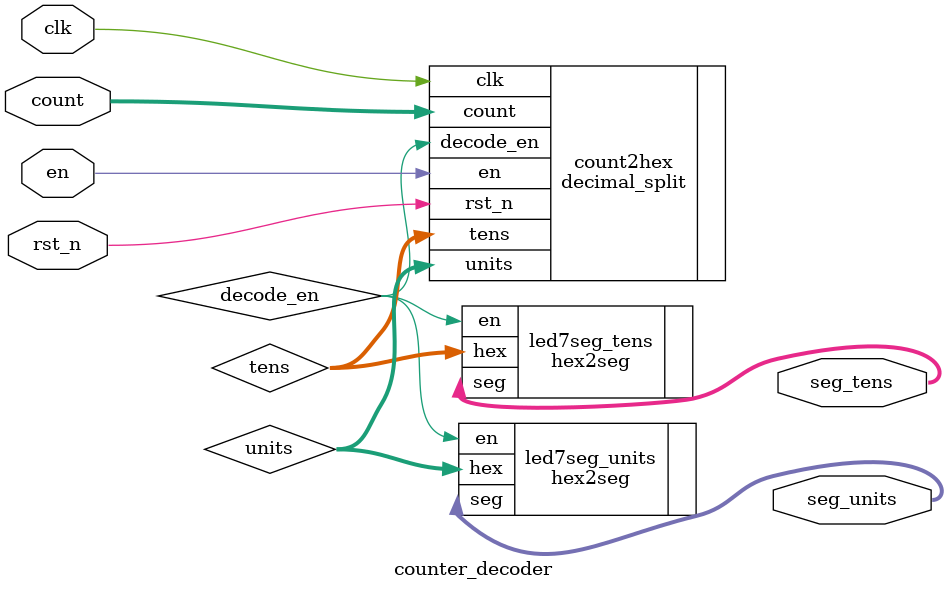
<source format=v>

module counter_decoder (
    input  wire [4:0] count,      // Binary countdown value (0-31)
    input  wire       clk,        // System clock input
    input  wire       rst_n,      // Active-low asynchronous reset
    input  wire       en,         // Decoder enable signal
    output wire [6:0] seg_tens,   // 7-segment output for tens digit
    output wire [6:0] seg_units   // 7-segment output for units digit
);

    //--------------------------------------------------------------------------
    // Internal Signal Declarations
    //--------------------------------------------------------------------------
    wire [3:0] tens;      // BCD tens digit (0-9)
    wire [3:0] units;     // BCD units digit (0-9)
    wire       decode_en; // Decoder output enable

    //--------------------------------------------------------------------------
    // Binary to BCD Converter Instance
    // Converts 5-bit binary to two 4-bit BCD digits
    //--------------------------------------------------------------------------
    decimal_split count2hex (
        .clk       (clk),
        .rst_n     (rst_n),
        .en        (en),
        .count     (count),
        .decode_en (decode_en),
        .tens      (tens),
        .units     (units)
    );

    //--------------------------------------------------------------------------
    // 7-Segment Encoder Instance (Tens Digit)
    //--------------------------------------------------------------------------
    hex2seg led7seg_tens (
        .hex (tens),
        .en  (decode_en),
        .seg (seg_tens)
    );

    //--------------------------------------------------------------------------
    // 7-Segment Encoder Instance (Units Digit)
    //--------------------------------------------------------------------------
    hex2seg led7seg_units (
        .hex (units),
        .en  (decode_en),
        .seg (seg_units)
    );

endmodule

</source>
